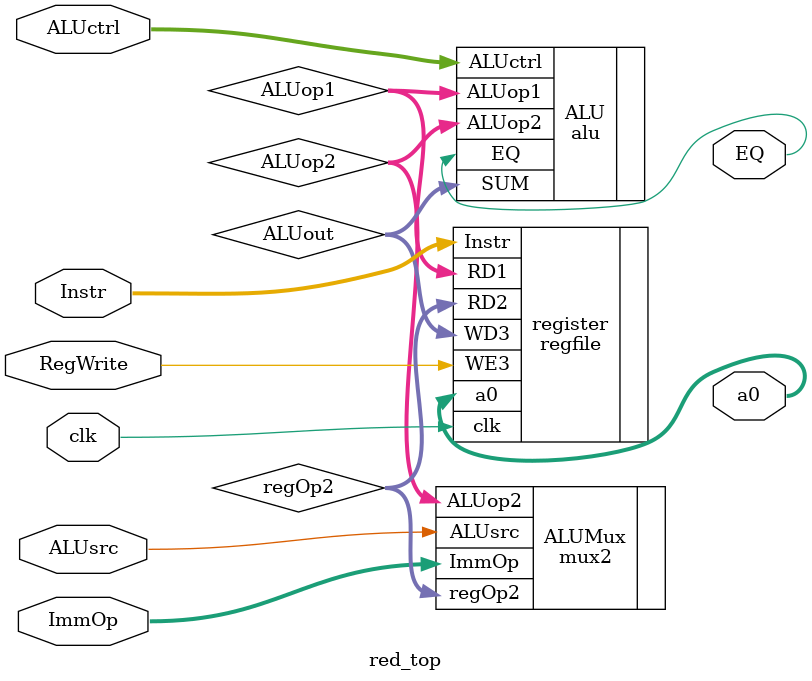
<source format=sv>
module red_top #(
    parameter DATA_WIDTH = 32 
)(
    input wire clk,
    input wire ALUsrc,
    input wire [2:0] ALUctrl,
    input wire [DATA_WIDTH-1:0] Instr,
    input wire RegWrite,
    input wire [DATA_WIDTH-1:0] ImmOp,
    output wire EQ,
    output wire [DATA_WIDTH-1:0] a0
);

wire [DATA_WIDTH-1:0] ALUout;
wire [DATA_WIDTH-1:0] ALUop1;
wire [DATA_WIDTH-1:0] ALUop2;
wire [DATA_WIDTH-1:0] regOp2;

regfile register(
.clk(clk),
.Instr(Instr),
.WE3(RegWrite),
.WD3(ALUout),
.RD1(ALUop1),
.RD2(regOp2),
.a0(a0)
);

mux2 ALUMux(
.ALUsrc(ALUsrc),
.regOp2(regOp2),
.ImmOp(ImmOp),
.ALUop2(ALUop2)
);

alu ALU(
.ALUctrl(ALUctrl),
.ALUop1(ALUop1),
.ALUop2(ALUop2),
.SUM(ALUout),
.EQ(EQ)
);

endmodule

</source>
